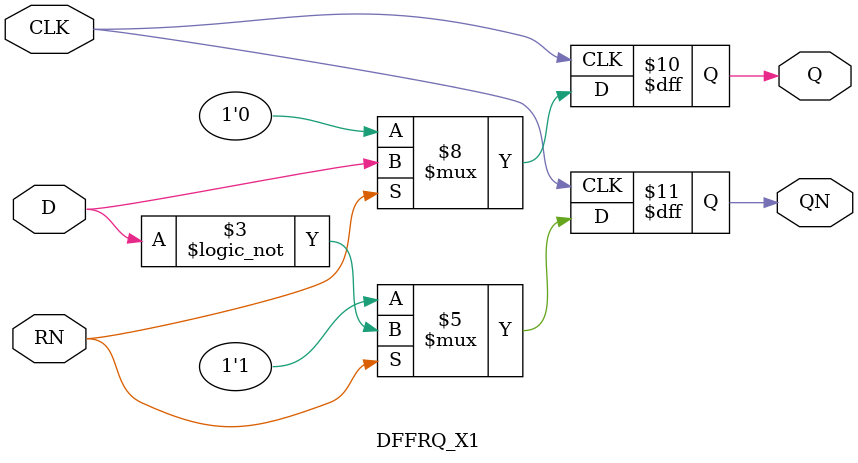
<source format=v>
module AND2_X1 (A1, A2, ZN);
   input A1;
   input A2;
   output ZN;
   assign ZN = (A1 & A2);
endmodule // AND2_X1

module AND2_X2 (A1, A2, ZN);
   input A1;
   input A2;
   output ZN;
   assign ZN = (A1 & A2);
endmodule // AND2_X2

module AND2_X4 (A1, A2, ZN);
   input A1;
   input A2;
   output ZN;
   assign ZN = (A1 & A2);
endmodule // AND2_X4

module AND3_X1 (A1, A2, A3, ZN);
   input A1;
   input A2;
   input A3;
   output ZN;
   assign ZN = (A1 & A2 & A3);
endmodule // AND3_X1

module AND3_X2 (A1, A2, A3, ZN);
   input A1;
   input A2;
   input A3;
   output ZN;
   assign ZN = (A1 & A2 & A3);
endmodule // AND3_X2

module AND3_X4 (A1, A2, A3, ZN);
   input A1;
   input A2;
   input A3;
   output ZN;
   assign ZN = (A1 & A2 & A3);
endmodule // AND3_X4

module AND4_X1 (A1, A2, A3, A4, ZN);
   input A1;
   input A2;
   input A3;
   input A4;
   output ZN;
   assign ZN = (A1 & A2 & A3 & A4);   
endmodule // AND4_X1

module AND4_X2 (A1, A2, A3, A4, ZN);
   input A1;
   input A2;
   input A3;
   input A4;
   output ZN;
   assign ZN = (A1 & A2 & A3 & A4);
endmodule // AND4_X2

module AND4_X4 (A1, A2, A3, A4, ZN);
   input A1;
   input A2;
   input A3;
   input A4;
   output ZN;
   assign ZN = (A1 & A2 & A3 & A4);
endmodule // AND4_X4

module AOI211_X1 (A, B, C1, C2, ZN);
   input A;
   input B;
   input C1;
   input C2;
   output ZN;
   wire   C;  
   assign C = (C1 & C2);
   assign ZN = ~(A|B|C);
endmodule // AOI211_X1

module AOI211_X2 (A, B, C1, C2, ZN);
   input A;
   input B;
   input C1;
   input C2;
   output ZN;
   wire   C;  
   assign C = (C1 & C2);
   assign ZN = ~(A|B|C);
endmodule // AOI211_X2

module AOI211_X4 (A, B, C1, C2, ZN);
   input A;
   input B;
   input C1;
   input C2;
   output ZN;
   wire   C;  
   assign C = (C1 & C2);
   assign ZN = ~(A|B|C);
endmodule // AOI211_X4

module AOI21_X1 (A, B1, B2, ZN);
   input A;
   input B1;
   input B2;
   output ZN;
   wire   B; 
   assign B = (B1 & B2);
   assign ZN = ~(A|B);
endmodule // AOI21_X1

module AOI21_X2 (A, B1, B2, ZN);
   input A;
   input B1;
   input B2;
   output ZN;
   wire   B; 
   assign B = (B1 & B2);
   assign ZN = ~(A|B);
endmodule // AOI21_X2

module AOI21_X4 (A, B1, B2, ZN);
   input A;
   input B1;
   input B2;
   output ZN;
   wire   B; 
   assign B = (B1 & B2);
   assign ZN = ~(A|B);
endmodule // AOI21_X4

module AOI221_X1 (A, B1, B2, C1, C2, ZN);
   input A;
   input B1;
   input B2;
   input C1;
   input C2;
   output ZN;
   wire   B; 
   wire   C;  
   assign B = (B1 & B2);
   assign C = (C1 & C2);
   assign ZN = ~(A|B|C);
endmodule // AOI221_X1

module AOI221_X2 (A, B1, B2, C1, C2, ZN);
   input A;
   input B1;
   input B2;
   input C1;
   input C2;
   output ZN;
   wire   B; 
   wire   C;  
   assign B = (B1 & B2);
   assign C = (C1 & C2);
   assign ZN = ~(A|B|C);
endmodule // AOI221_X2

module AOI221_X4 (A, B1, B2, C1, C2, ZN);
   input A;
   input B1;
   input B2;
   input C1;
   input C2;
   output ZN;
   wire   B; 
   wire   C;  
   assign B = (B1 & B2);
   assign C = (C1 & C2);
   assign ZN = ~(A|B|C);
endmodule // AOI221_X4

module AOI222_X1 (A1, A2, B1, B2, C1, C2, ZN);
   input A1;
   input A2;
   input B1;
   input B2;
   input C1;
   input C2;
   output ZN;
   wire   A;
   wire   B; 
   wire   C;  
   assign A = (A1 & A2);
   assign B = (B1 & B2);
   assign C = (C1 & C2);
   assign ZN = ~(A|B|C);
endmodule // AOI222_X1

module AOI222_X2 (A1, A2, B1, B2, C1, C2, ZN);
   input A1;
   input A2;
   input B1;
   input B2;
   input C1;
   input C2;
   output ZN;
   wire   A;
   wire   B; 
   wire   C;  
   assign A = (A1 & A2);
   assign B = (B1 & B2);
   assign C = (C1 & C2);
   assign ZN = ~(A|B|C);
endmodule // AOI222_X2

module AOI222_X4 (A1, A2, B1, B2, C1, C2, ZN);
   input A1;
   input A2;
   input B1;
   input B2;
   input C1;
   input C2;
   output ZN;
   wire   A;
   wire   B; 
   wire   C;  
   assign A = (A1 & A2);
   assign B = (B1 & B2);
   assign C = (C1 & C2);
   assign ZN = ~(A|B|C);
endmodule // AOI222_X4

module AOI22_X1 (A1, A2, B1, B2, ZN);
   input A1;
   input A2;
   input B1;
   input B2;
   output ZN;
   wire   A;
   wire   B;
   assign A = (A1 & A2);
   assign B = (B1 & B2);
   assign ZN = ~(A|B);
endmodule // AOI22_X1

module AOI22_X2 (A1, A2, B1, B2, ZN);
   input A1;
   input A2;
   input B1;
   input B2;
   output ZN;
   wire   A;
   wire   B;
   assign A = (A1 & A2);
   assign B = (B1 & B2);
   assign ZN = ~(A|B);
endmodule // AOI22_X2

module AOI22_X4 (A1, A2, B1, B2, ZN);
   input A1;
   input A2;
   input B1;
   input B2;
   output ZN;
   wire   A;
   wire   B;
   assign A = (A1 & A2);
   assign B = (B1 & B2);
   assign ZN = ~(A|B);
endmodule

module BUF_X1 (A, Z);
   input A;
   output Z;
   assign Z = (A);
endmodule // BUF_X1

module BUF_X2 (A, Z);
   input A;
   output Z;
   assign Z = (A);
endmodule // BUF_X2

module BUF_X4 (A, Z);
   input A;
   output Z;
   assign Z = (A);
endmodule // BUF_X4

module BUF_X8 (A, Z);
   input A;
   output Z;
   assign Z = (A);
endmodule // BUF_X8

module BUF_X16 (A, Z);
   input A;
   output Z;
   assign Z = (A);
endmodule // BUF_X16

module BUF_X32 (A, Z);
   input A;
   output Z;
   assign Z = (A);
endmodule // BUF_X32

module CLKBUF_X1 (A, Z);
   input A;
   output Z;
   assign Z = (A);
endmodule // CLKBUF_X1

module CLKBUF_X2 (A, Z);
   input A;
   output Z;
   assign Z = (A);
endmodule // CLKBUF_X2

module CLKBUF_X3 (A, Z);
   input A;
   output Z;
   assign Z = (A);
endmodule // CLKBUF_X3

module CLKBUF_X4 (A, Z);
   input A;
   output Z;
   assign Z = (A);
endmodule // CLKBUF_X4

module DFF_X1 (CK, D, Q, QN);
   input CK;
   input D;
   output Q;
   output QN;   
   always @(posedge CK) begin
      Q <= D;
      QN <= ~D;
   end
endmodule // DFF_X1

module DFF_X2 (CK, D, Q, QN);
   input CK;
   input D;
   output Q;
   output QN;
   always @(posedge CK) begin
      Q <= D;
      QN <= ~D;
   end
endmodule // DFF_X2

module DFFR_X1 (CK, D, RN, Q, QN);
   input CK;
   input D;
   input RN;
   output Q;
   output QN;
   always @(posedge CK or negedge RN)
     if (RN==1'b0) 
       Q <= 0;
     else 
       Q <= D;   
   assign QN = ~Q;
endmodule // DFF_X1

module DFFR_X2 (CK, D, RN, Q, QN);
   input CK;
   input D;
   input RN;
   output Q;
   output QN;
   always @(posedge CK or negedge RN)
     if (RN==1'b0) 
       Q <= 0;
     else 
       Q <= D;   
   assign QN = ~Q;
endmodule // DFF_X2

module DFFS_X1 (D, SN, CK, Q, QN);
   input D;
   input SN;
   input CK;
   output Q;
   output QN;
   always @(posedge CK or negedge SN)
     if (SN==1'b0) 
       Q <= 1;
     else 
       Q <= D;   
   assign QN = ~Q;
endmodule

module DFFS_X2 (D, SN, CK, Q, QN);
   input D;
   input SN;
   input CK;
   output Q;
   output QN;
   always @(posedge CK or negedge SN)
     if (SN==1'b0) 
       Q <= 1;
     else 
       Q <= D;   
   assign QN = ~Q;
endmodule

module HA_X1 (A, B, CO, S);
   input A;
   input B;
   output CO;
   output S;
   assign S = A ^ B;  // Dataflow expression for sum
   assign CO = A & B;  // Dataflow expression for carry
endmodule // HA_X1

module FA_X1 (A, B, CI, CO, S);
   input A;
   input B;
   input CI;
   output CO;
   output S;
   assign S  = (A ^ B) ^ CI;
   assign CO = (A & B) | (A & CI) | (B & CI);
endmodule

module INV_X1 (A, ZN);
   input A;
   output ZN;
   assign ZN = ~A;
endmodule // INV_X1

module INV_X16 (A, ZN);
   input A;
   output ZN;
   assign ZN = ~A;
endmodule // INV_X16

module INV_X2 (A, ZN);
   input A;
   output ZN;
   assign ZN = ~A;
endmodule // INV_X2

module INV_X32 (A, ZN);
   input A;
   output ZN;
   assign ZN = ~A;
endmodule // INV_X32

module INV_X4 (A, ZN);
   input A;
   output ZN;
   assign ZN = ~A;
endmodule // INV_X4

module INV_X8 (A, ZN);
   input A;
   output ZN;
   assign ZN = ~A;
endmodule // INV_X8

module LOGIC0_X1 (Z);
   output Z;
   assign Z = 0;
endmodule // LOGIC0_X1

module LOGIC1_X1 (Z);
   output Z;
   assign Z = 1;
endmodule // LOGIC1_X1

module MUX2_X1 (A, B, S, Z);
   input A, B, S;
   output Z;
   // assign one of the inputs to the output based upon select line input
   assign Z = S ? B : A;
endmodule // MUX2_X1

module MUX2_X2 (A, B, S, Z);
   input A, B, S;
   output Z;
   // assign one of the inputs to the output based upon select line input
   assign Z = S ? B : A;
endmodule // MUX2_X2

module NAND2_X1 (A1, A2, ZN);
   input A1;
   input A2;
   output ZN;
   assign ZN = ~(A1 & A2);   
endmodule // NAND2_X1

module NAND2_X2 (A1, A2, ZN);
   input A1;
   input A2;
   output ZN;
   assign ZN = ~(A1 & A2);   
endmodule // NAND2_X2

module NAND2_X4 (A1, A2, ZN);
   input A1;
   input A2;
   output ZN;
   assign ZN = ~(A1 & A2);   
endmodule // NAND2_X4

module NAND3_X1 (A1, A2, A3, ZN);
   input A1;
   input A2;
   input A3;
   output ZN;
   assign ZN = ~(A1 & A2 & A3);
endmodule // NAND3_X1

module NAND3_X2 (A1, A2, A3, ZN);
   input A1;
   input A2;
   input A3;
   output ZN;
   assign ZN = ~(A1 & A2 & A3);
endmodule // NAND3_X2

module NAND3_X4 (A1, A2, A3, ZN);
   input A1;
   input A2;
   input A3;
   output ZN;
   assign ZN = ~(A1 & A2 & A3);
endmodule // NAND3_X4

module NAND4_X1 (A1, A2, A3, A4, ZN);
   input A1;
   input A2;
   input A3;
   input A4;
   output ZN;
   assign ZN = ~(A1 & A2 & A3 & A4);
endmodule // NAND4_X1

module NAND4_X2 (A1, A2, A3, A4, ZN);
   input A1;
   input A2;
   input A3;
   input A4;
   output ZN;
   assign ZN = ~(A1 & A2 & A3 & A4);
endmodule // NAND4_X2

module NAND4_X4 (A1, A2, A3, A4, ZN);
   input A1;
   input A2;
   input A3;
   input A4;
   output ZN;   
   assign ZN = ~(A1 & A2 & A3 & A4);
endmodule // NAND4_X4

module NOR2_X1 (A1, A2, ZN);
   input A1;
   input A2;
   output ZN;
   assign ZN = ~(A1 | A2);
endmodule // NOR2_X1

module NOR2_X2 (A1, A2, ZN);
   input A1;
   input A2;
   output ZN;
   assign ZN = ~ (A1 | A2);
endmodule // NOR2_X2

module NOR2_X4 (A1, A2, ZN);
   input A1;
   input A2;
   output ZN;
   assign ZN = ~(A1 | A2);
endmodule // NOR2_X4

module NOR3_X1 (A1, A2, A3, ZN);
   input A1;
   input A2;
   input A3;
   output ZN;
   assign ZN = ~(A1 | A2 | A3);
endmodule // NOR3_X1

module NOR3_X2 (A1, A2, A3, ZN);
   input A1;
   input A2;
   input A3;
   output ZN;
   assign ZN = ~(A1 | A2 | A3);
endmodule // NOR3_X2

module NOR3_X4 (A1, A2, A3, ZN);
   input A1;
   input A2;
   input A3;
   output ZN;
   assign ZN = ~(A1 | A2 | A3);   
endmodule // NOR3_X4

module NOR4_X1 (A1, A2, A3, A4, ZN);
   input A1;
   input A2;
   input A3;
   input A4;
   output ZN;
   assign ZN = ~(A1 | A2 | A3 | A4);
endmodule // NOR4_X1

module NOR4_X2 (A1, A2, A3, A4, ZN);
   input A1;
   input A2;
   input A3;
   input A4;
   output ZN;
   assign ZN = ~(A1 | A2 | A3 | A4);
endmodule // NOR4_X2

module NOR4_X4 (A1, A2, A3, A4, ZN);
   input A1;
   input A2;
   input A3;
   input A4;
   output ZN;
   assign ZN = ~(A1 | A2 | A3 | A4);
endmodule // NOR4_X4

module OAI211_X1 (A, B, C1, C2, ZN);
   input A;
   input B;
   input C1;
   input C2;
   output ZN;
   wire   C;
   assign C = (C1|C2);
   assign ZN = ~(A & B & C);
endmodule // OAI211_X1

module OAI211_X2 (A, B, C1, C2, ZN);
   input A;
   input B;
   input C1;
   input C2;
   output ZN;
   wire   C;
   assign C = (C1|C2);
   assign ZN = ~(A & B & C);
endmodule // OAI211_X2

module OAI211_X4 (A, B, C1, C2, ZN);
   input A;
   input B;
   input C1;
   input C2;
   output ZN;
   wire   C;
   assign C = (C1|C2);
   assign ZN = ~(A & B & C);
endmodule // OAI211_X4

module OAI21_X1 (A, B1, B2, ZN);
   input A;
   input B1;
   input B2;
   output ZN;
   wire   B;   
   assign B = (B1|B2);
   assign ZN = ~(A & B);
endmodule // OAI21_X1

module OAI21_X2 (A, B1, B2, ZN);
   input A;
   input B1;
   input B2;
   output ZN;
   wire   B;   
   assign B = (B1|B2);
   assign ZN = ~(A & B);   
endmodule // OAI21_X2

module OAI21_X4 (A, B1, B2, ZN);
   input A;
   input B1;
   input B2;
   output ZN;
   wire   B;   
   assign B = (B1|B2);
   assign ZN = ~(A & B);
endmodule // OAI21_X4

module OAI221_X1 (A, B1, B2, C1, C2, ZN);
   input A;
   input B1;
   input B2;
   input C1;
   input C2;
   output ZN;
   wire   B;
   wire   C;
   assign B = (B1|B2);
   assign C = (C1|C2);
   assign ZN = ~(A & B & C);
endmodule // OAI221_X1

module OAI221_X2 (A, B1, B2, C1, C2, ZN);
   input A;
   input B1;
   input B2;
   input C1;
   input C2;
   output ZN;
   wire   B;
   wire   C;
   assign B = (B1|B2);
   assign C = (C1|C2);
   assign ZN = ~(A & B & C);
endmodule // OAI221_X2

module OAI221_X4 (A, B1, B2, C1, C2, ZN);
   input A;
   input B1;
   input B2;
   input C1;
   input C2;
   output ZN;
   wire   B;
   wire   C;
   assign B = (B1|B2);
   assign C = (C1|C2);
   assign ZN = ~(A & B & C);
endmodule // OAI221_X4

module OAI222_X1 (A1, A2, B1, B2, C1, C2, ZN);
   input A1;
   input A2;
   input B1;
   input B2;
   input C1;
   input C2;
   output ZN;
   wire   A;
   wire   B;
   wire   C;
   assign A = (A1|A2);
   assign B = (B1|B2);
   assign C = (C1|C2);
   assign ZN = ~(A & B & C);
endmodule // OAI222_X1

module OAI222_X2 (A1, A2, B1, B2, C1, C2, ZN);
   input A1;
   input A2;
   input B1;
   input B2;
   input C1;
   input C2;
   output ZN;
   wire   A;
   wire   B;
   wire   C;
   assign A = (A1|A2);
   assign B = (B1|B2);
   assign C = (C1|C2);
   assign ZN = ~(A & B & C);
endmodule // OAI222_X2

module OAI222_X4 (A1, A2, B1, B2, C1, C2, ZN);
   input A1;
   input A2;
   input B1;
   input B2;
   input C1;
   input C2;
   output ZN;
   wire   A;
   wire   B;
   wire   C;
   assign A = (A1|A2);
   assign B = (B1|B2);
   assign C = (C1|C2);
   assign ZN = ~(A & B & C);
endmodule // OAI222_X4

module OAI22_X1 (A1, A2, B1, B2, ZN);
   input A1;
   input A2;
   input B1;
   input B2;
   output ZN;
   wire   A;
   wire   B;
   assign A = (A1|A2);
   assign B = (B1|B2);
   assign ZN = ~(A & B);   
endmodule // OAI22_X1

module OAI22_X2 (A1, A2, B1, B2, ZN);
   input A1;
   input A2;
   input B1;
   input B2;
   output ZN;
   wire   A;
   wire   B;
   assign A = (A1|A2);
   assign B = (B1|B2);
   assign ZN = ~(A & B);
endmodule // OAI22_X2

module OAI22_X4 (A1, A2, B1, B2, ZN);
   input A1;
   input A2;
   input B1;
   input B2;
   output ZN;
   wire   A;
   wire   B;
   assign A = (A1|A2);
   assign B = (B1|B2);
   assign ZN = ~(A & B);
endmodule // OAI22_X4

module OAI33_X1 (A1, A2, A3, B1, B2, B3, ZN);
   input A1;
   input A2;
   input A3;
   input B1;
   input B2;
   input B3;
   output ZN;
   wire   A;
   wire   B;
   assign A = (A1|A2|A3);
   assign B = (B1|B2|B3);
   assign ZN = ~(A & B);
endmodule // OAI33_X1

module OR2_X1 (A1, A2, ZN);
   input A1;
   input A2;
   output ZN;
   assign ZN = (A1 | A2);
endmodule // OR2_X1

module OR2_X2 (A1, A2, ZN);
   input A1;
   input A2;
   output ZN;
   assign ZN = (A1 | A2);
endmodule // OR2_X2

module OR2_X4 (A1, A2, ZN);
   input A1;
   input A2;
   output ZN;
   assign ZN = (A1 | A2);
endmodule // OR2_X4

module OR3_X1 (A1, A2, A3, ZN);
   input A1;
   input A2;
   input A3;
   output ZN;
   assign ZN = (A1 | A2 | A3);
endmodule // OR3_X1

module OR3_X2 (A1, A2, A3, ZN);
   input A1;
   input A2;
   input A3;
   output ZN;
   assign ZN = (A1 | A2 | A3);
endmodule // OR3_X2

module OR3_X4 (A1, A2, A3, ZN);
   input A1;
   input A2;
   input A3;
   output ZN;
   assign ZN = (A1 | A2 | A3);      
endmodule // OR3_X4

module OR4_X1 (A1, A2, A3, A4, ZN);
   input A1;
   input A2;
   input A3;
   input A4;
   output ZN;
   assign ZN = (A1 | A2 | A3 | A4);   
endmodule // OR4_X1

module OR4_X2 (A1, A2, A3, A4, ZN);
   input A1;
   input A2;
   input A3;
   input A4;
   output ZN;
   assign ZN = (A1 | A2 | A3 | A4);
endmodule // OR4_X2

module OR4_X4 (A1, A2, A3, A4, ZN);
   input A1;
   input A2;
   input A3;
   input A4;
   output ZN;
   assign ZN = (A1 | A2 | A3 | A4);   
endmodule // OR4_X4

module XNOR2_X1 (A, B, ZN);
   input A;
   input B;
   output ZN;
   assign ZN = (A ^~ B);
endmodule // XNOR_X1

module XNOR2_X2 (A, B, ZN);
   input A;
   input B;
   output ZN;
   assign ZN = (A ^~ B);
endmodule // XNOR_X2

module XNOR2_X4 (A, B, ZN);
   input A;
   input B;
   output ZN;
   assign ZN = (A ^~ B);
endmodule // XNOR_X4

module XOR2_X1 (A, B, Z);
   input A;
   input B;
   output Z;
   assign Z = (A ^ B);
endmodule // XOR2_X1

module XOR2_X2 (A, B, Z);
   input A;
   input B;
   output Z;
   assign Z = (A ^ B);
endmodule // XOR2_X2

module DFFRQ_X1 (D, RN, CLK, Q, QN);
  input D;
  input RN;
  input CLK;
  output Q /* verilator public_flat_rw */;
  output QN /* verilator public_flat_rw */;

  reg Q, QN;

  always @(posedge CLK) begin
    if (!RN) begin
      Q <= 1'b0;
      QN <= 1'b1;
    end else begin
      Q <= D;
      QN <= !D;
    end
  end
endmodule

</source>
